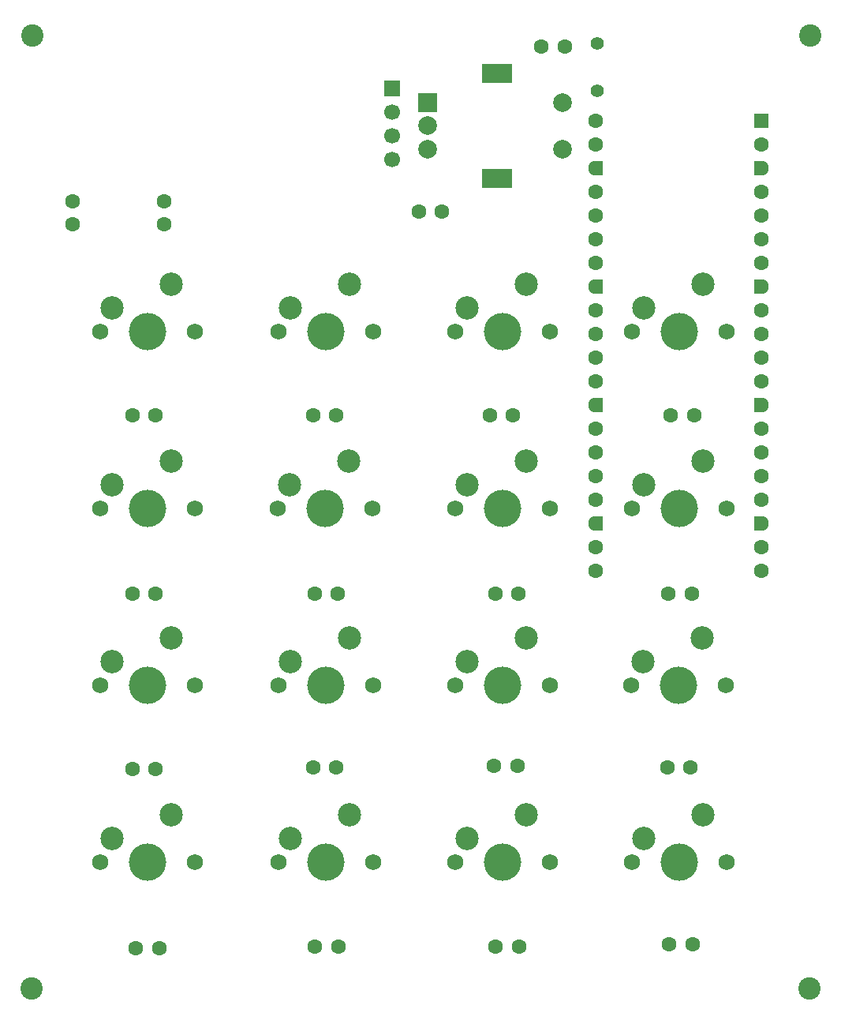
<source format=gbr>
%TF.GenerationSoftware,KiCad,Pcbnew,9.0.2*%
%TF.CreationDate,2025-06-11T10:15:39-07:00*%
%TF.ProjectId,west_workshop_2025,77657374-5f77-46f7-926b-73686f705f32,888*%
%TF.SameCoordinates,Original*%
%TF.FileFunction,Soldermask,Bot*%
%TF.FilePolarity,Negative*%
%FSLAX46Y46*%
G04 Gerber Fmt 4.6, Leading zero omitted, Abs format (unit mm)*
G04 Created by KiCad (PCBNEW 9.0.2) date 2025-06-11 10:15:39*
%MOMM*%
%LPD*%
G01*
G04 APERTURE LIST*
G04 Aperture macros list*
%AMRoundRect*
0 Rectangle with rounded corners*
0 $1 Rounding radius*
0 $2 $3 $4 $5 $6 $7 $8 $9 X,Y pos of 4 corners*
0 Add a 4 corners polygon primitive as box body*
4,1,4,$2,$3,$4,$5,$6,$7,$8,$9,$2,$3,0*
0 Add four circle primitives for the rounded corners*
1,1,$1+$1,$2,$3*
1,1,$1+$1,$4,$5*
1,1,$1+$1,$6,$7*
1,1,$1+$1,$8,$9*
0 Add four rect primitives between the rounded corners*
20,1,$1+$1,$2,$3,$4,$5,0*
20,1,$1+$1,$4,$5,$6,$7,0*
20,1,$1+$1,$6,$7,$8,$9,0*
20,1,$1+$1,$8,$9,$2,$3,0*%
%AMFreePoly0*
4,1,37,0.603843,0.796157,0.639018,0.796157,0.711114,0.766294,0.766294,0.711114,0.796157,0.639018,0.796157,0.603843,0.800000,0.600000,0.800000,-0.600000,0.796157,-0.603843,0.796157,-0.639018,0.766294,-0.711114,0.711114,-0.766294,0.639018,-0.796157,0.603843,-0.796157,0.600000,-0.800000,0.000000,-0.800000,0.000000,-0.796148,-0.078414,-0.796148,-0.232228,-0.765552,-0.377117,-0.705537,
-0.507515,-0.618408,-0.618408,-0.507515,-0.705537,-0.377117,-0.765552,-0.232228,-0.796148,-0.078414,-0.796148,0.078414,-0.765552,0.232228,-0.705537,0.377117,-0.618408,0.507515,-0.507515,0.618408,-0.377117,0.705537,-0.232228,0.765552,-0.078414,0.796148,0.000000,0.796148,0.000000,0.800000,0.600000,0.800000,0.603843,0.796157,0.603843,0.796157,$1*%
%AMFreePoly1*
4,1,37,0.000000,0.796148,0.078414,0.796148,0.232228,0.765552,0.377117,0.705537,0.507515,0.618408,0.618408,0.507515,0.705537,0.377117,0.765552,0.232228,0.796148,0.078414,0.796148,-0.078414,0.765552,-0.232228,0.705537,-0.377117,0.618408,-0.507515,0.507515,-0.618408,0.377117,-0.705537,0.232228,-0.765552,0.078414,-0.796148,0.000000,-0.796148,0.000000,-0.800000,-0.600000,-0.800000,
-0.603843,-0.796157,-0.639018,-0.796157,-0.711114,-0.766294,-0.766294,-0.711114,-0.796157,-0.639018,-0.796157,-0.603843,-0.800000,-0.600000,-0.800000,0.600000,-0.796157,0.603843,-0.796157,0.639018,-0.766294,0.711114,-0.711114,0.766294,-0.639018,0.796157,-0.603843,0.796157,-0.600000,0.800000,0.000000,0.800000,0.000000,0.796148,0.000000,0.796148,$1*%
G04 Aperture macros list end*
%ADD10C,1.600000*%
%ADD11C,1.750000*%
%ADD12C,4.000000*%
%ADD13C,2.500000*%
%ADD14C,2.400000*%
%ADD15R,1.700000X1.700000*%
%ADD16C,1.700000*%
%ADD17C,1.400000*%
%ADD18R,2.000000X2.000000*%
%ADD19C,2.000000*%
%ADD20R,3.200000X2.000000*%
%ADD21RoundRect,0.200000X0.600000X0.600000X-0.600000X0.600000X-0.600000X-0.600000X0.600000X-0.600000X0*%
%ADD22FreePoly0,180.000000*%
%ADD23FreePoly1,180.000000*%
G04 APERTURE END LIST*
D10*
%TO.C,C4*%
X85360000Y-80899921D03*
X85360000Y-83399921D03*
%TD*%
D11*
%TO.C,SW2*%
X78480000Y-94889921D03*
D12*
X83560000Y-94889921D03*
D11*
X88640000Y-94889921D03*
D13*
X79750000Y-92349921D03*
X86100000Y-89809921D03*
%TD*%
D10*
%TO.C,C3*%
X75497500Y-80929921D03*
X75497500Y-83429921D03*
%TD*%
D11*
%TO.C,SW9*%
X97560000Y-151849921D03*
D12*
X102640000Y-151849921D03*
D11*
X107720000Y-151849921D03*
D13*
X98830000Y-149309921D03*
X105180000Y-146769921D03*
%TD*%
D11*
%TO.C,SW13*%
X116560000Y-151849921D03*
D12*
X121640000Y-151849921D03*
D11*
X126720000Y-151849921D03*
D13*
X117830000Y-149309921D03*
X124180000Y-146769921D03*
%TD*%
D11*
%TO.C,SW15*%
X135560000Y-113849921D03*
D12*
X140640000Y-113849921D03*
D11*
X145720000Y-113849921D03*
D13*
X136830000Y-111309921D03*
X143180000Y-108769921D03*
%TD*%
D11*
%TO.C,SW8*%
X97560000Y-132849921D03*
D12*
X102640000Y-132849921D03*
D11*
X107720000Y-132849921D03*
D13*
X98830000Y-130309921D03*
X105180000Y-127769921D03*
%TD*%
D11*
%TO.C,SW3*%
X78480000Y-113849921D03*
D12*
X83560000Y-113849921D03*
D11*
X88640000Y-113849921D03*
D13*
X79750000Y-111309921D03*
X86100000Y-108769921D03*
%TD*%
D14*
%TO.C,H2*%
X154664042Y-63185764D03*
%TD*%
D11*
%TO.C,SW17*%
X135560000Y-151849921D03*
D12*
X140640000Y-151849921D03*
D11*
X145720000Y-151849921D03*
D13*
X136830000Y-149309921D03*
X143180000Y-146769921D03*
%TD*%
D11*
%TO.C,SW11*%
X116560000Y-113849921D03*
D12*
X121640000Y-113849921D03*
D11*
X126720000Y-113849921D03*
D13*
X117830000Y-111309921D03*
X124180000Y-108769921D03*
%TD*%
D11*
%TO.C,SW16*%
X135480000Y-132849921D03*
D12*
X140560000Y-132849921D03*
D11*
X145640000Y-132849921D03*
D13*
X136750000Y-130309921D03*
X143100000Y-127769921D03*
%TD*%
D11*
%TO.C,SW10*%
X116560000Y-94889921D03*
D12*
X121640000Y-94889921D03*
D11*
X126720000Y-94889921D03*
D13*
X117830000Y-92349921D03*
X124180000Y-89809921D03*
%TD*%
D11*
%TO.C,SW4*%
X78480000Y-132849921D03*
D12*
X83560000Y-132849921D03*
D11*
X88640000Y-132849921D03*
D13*
X79750000Y-130309921D03*
X86100000Y-127769921D03*
%TD*%
D11*
%TO.C,SW7*%
X97480000Y-113849921D03*
D12*
X102560000Y-113849921D03*
D11*
X107640000Y-113849921D03*
D13*
X98750000Y-111309921D03*
X105100000Y-108769921D03*
%TD*%
D14*
%TO.C,H3*%
X71060000Y-165349921D03*
%TD*%
D11*
%TO.C,SW14*%
X135560000Y-94889921D03*
D12*
X140640000Y-94889921D03*
D11*
X145720000Y-94889921D03*
D13*
X136830000Y-92349921D03*
X143180000Y-89809921D03*
%TD*%
D14*
%TO.C,H1*%
X71164042Y-63185764D03*
%TD*%
D10*
%TO.C,C1*%
X125810000Y-64349921D03*
X128310000Y-64349921D03*
%TD*%
D11*
%TO.C,SW6*%
X97560000Y-94889921D03*
D12*
X102640000Y-94889921D03*
D11*
X107720000Y-94889921D03*
D13*
X98830000Y-92349921D03*
X105180000Y-89809921D03*
%TD*%
D11*
%TO.C,SW12*%
X116560000Y-132849921D03*
D12*
X121640000Y-132849921D03*
D11*
X126720000Y-132849921D03*
D13*
X117830000Y-130309921D03*
X124180000Y-127769921D03*
%TD*%
D11*
%TO.C,SW5*%
X78480000Y-151849921D03*
D12*
X83560000Y-151849921D03*
D11*
X88640000Y-151849921D03*
D13*
X79750000Y-149309921D03*
X86100000Y-146769921D03*
%TD*%
D15*
%TO.C,J1*%
X109785000Y-68849921D03*
D16*
X109785000Y-71389921D03*
X109785000Y-73929921D03*
X109785000Y-76469921D03*
%TD*%
D17*
%TO.C,R1*%
X131810000Y-64049921D03*
X131810000Y-69129921D03*
%TD*%
D18*
%TO.C,SW1*%
X113560000Y-70349921D03*
D19*
X113560000Y-75349921D03*
X113560000Y-72849921D03*
D20*
X121060000Y-67249921D03*
X121060000Y-78449921D03*
D19*
X128060000Y-75349921D03*
X128060000Y-70349921D03*
%TD*%
D10*
%TO.C,C2*%
X115160000Y-82049921D03*
X112660000Y-82049921D03*
%TD*%
D14*
%TO.C,H4*%
X154560000Y-165349921D03*
%TD*%
D10*
%TO.C,C10*%
X103960000Y-123049921D03*
X101460000Y-123049921D03*
%TD*%
%TO.C,C17*%
X84810000Y-161049921D03*
X82310000Y-161049921D03*
%TD*%
%TO.C,C12*%
X141960000Y-123049921D03*
X139460000Y-123049921D03*
%TD*%
%TO.C,C19*%
X123410000Y-160849921D03*
X120910000Y-160849921D03*
%TD*%
%TO.C,C6*%
X103810000Y-103849921D03*
X101310000Y-103849921D03*
%TD*%
%TO.C,C5*%
X84410000Y-103849921D03*
X81910000Y-103849921D03*
%TD*%
%TO.C,C8*%
X142210000Y-103849921D03*
X139710000Y-103849921D03*
%TD*%
%TO.C,C15*%
X123210000Y-141449921D03*
X120710000Y-141449921D03*
%TD*%
%TO.C,C16*%
X141810000Y-141649921D03*
X139310000Y-141649921D03*
%TD*%
%TO.C,C18*%
X104010000Y-160849921D03*
X101510000Y-160849921D03*
%TD*%
%TO.C,C7*%
X122760000Y-103849921D03*
X120260000Y-103849921D03*
%TD*%
D21*
%TO.C,A1*%
X149450000Y-72269921D03*
D10*
X149450000Y-74809921D03*
D22*
X149450000Y-77349921D03*
D10*
X149450000Y-79889921D03*
X149450000Y-82429921D03*
X149450000Y-84969921D03*
X149450000Y-87509921D03*
D22*
X149450000Y-90049921D03*
D10*
X149450000Y-92589921D03*
X149450000Y-95129921D03*
X149450000Y-97669921D03*
X149450000Y-100209921D03*
D22*
X149450000Y-102749921D03*
D10*
X149450000Y-105289921D03*
X149450000Y-107829921D03*
X149450000Y-110369921D03*
X149450000Y-112909921D03*
D22*
X149450000Y-115449921D03*
D10*
X149450000Y-117989921D03*
X149450000Y-120529921D03*
X131670000Y-120529921D03*
X131670000Y-117989921D03*
D23*
X131670000Y-115449921D03*
D10*
X131670000Y-112909921D03*
X131670000Y-110369921D03*
X131670000Y-107829921D03*
X131670000Y-105289921D03*
D23*
X131670000Y-102749921D03*
D10*
X131670000Y-100209921D03*
X131670000Y-97669921D03*
X131670000Y-95129921D03*
X131670000Y-92589921D03*
D23*
X131670000Y-90049921D03*
D10*
X131670000Y-87509921D03*
X131670000Y-84969921D03*
X131670000Y-82429921D03*
X131670000Y-79889921D03*
D23*
X131670000Y-77349921D03*
D10*
X131670000Y-74809921D03*
X131670000Y-72269921D03*
%TD*%
%TO.C,C14*%
X103810000Y-141649921D03*
X101310000Y-141649921D03*
%TD*%
%TO.C,C20*%
X142010000Y-160649921D03*
X139510000Y-160649921D03*
%TD*%
%TO.C,C13*%
X84410000Y-141849921D03*
X81910000Y-141849921D03*
%TD*%
%TO.C,C11*%
X123360000Y-123049921D03*
X120860000Y-123049921D03*
%TD*%
%TO.C,C9*%
X84410000Y-123049921D03*
X81910000Y-123049921D03*
%TD*%
M02*

</source>
